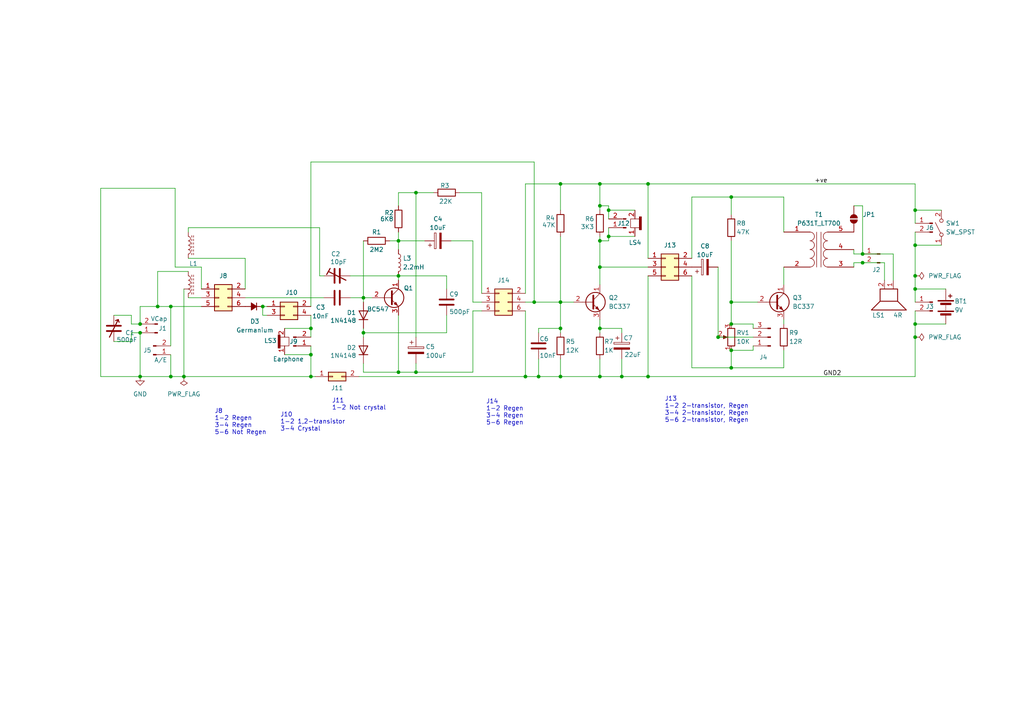
<source format=kicad_sch>
(kicad_sch (version 20250114) (generator "eeschema") (generator_version "9.0")
  (paper "A4")
  (title_block (title "Ladybird Radio Updated") (date "2026-01-16") (rev "V0.1") (company "Andrew Martin, acramonics") (comment 1 "Full design allowing crystal set, 1tr, 2tr and regeneration versions"))
  (lib_symbols
    (symbol "ACRM:L_Ferrite_Dual_tapped_untapped" (pin_numbers (hide yes)) (pin_names (offset 1.016) (hide yes))
      (property "Reference" "L" (at -1.27 0 90))
      (property "Value" "L_Ferrite_Dual_tapped_untapped" (at 3.302 10.922 90))
      (symbol "L_Ferrite_Dual_tapped_untapped_0_1"
        (arc (start 0 13.97) (mid 0.6323 13.335) (end 0 12.7))
        (arc (start 0 12.7) (mid 0.6323 12.065) (end 0 11.43))
        (arc (start 0 11.43) (mid 0.6323 10.795) (end 0 10.16))
        (arc (start 0 10.16) (mid 0.6323 9.525) (end 0 8.89))
        (arc (start 0 2.54) (mid 0.6323 1.905) (end 0 1.27))
        (arc (start 0 1.27) (mid 0.6323 0.635) (end 0 0))
        (arc (start 0 0) (mid 0.6323 -0.635) (end 0 -1.27))
        (arc (start 0 -1.27) (mid 0.6323 -1.905) (end 0 -2.54))
        (polyline (pts (xy 1.016 13.716) (xy 1.016 14.224)))
        (polyline (pts (xy 1.016 12.7) (xy 1.016 13.208)))
        (polyline (pts (xy 1.016 11.684) (xy 1.016 12.192)))
        (polyline (pts (xy 1.016 10.668) (xy 1.016 11.176)))
        (polyline (pts (xy 1.016 9.652) (xy 1.016 10.16)))
        (polyline (pts (xy 1.016 8.636) (xy 1.016 9.144)))
        (polyline (pts (xy 1.016 2.286) (xy 1.016 2.794)))
        (polyline (pts (xy 1.016 1.27) (xy 1.016 1.778)))
        (polyline (pts (xy 1.016 0.254) (xy 1.016 0.762)))
        (polyline (pts (xy 1.016 -0.762) (xy 1.016 -0.254)))
        (polyline (pts (xy 1.016 -1.778) (xy 1.016 -1.27)))
        (polyline (pts (xy 1.016 -2.794) (xy 1.016 -2.286)))
        (polyline (pts (xy 1.524 14.224) (xy 1.524 13.716)))
        (polyline (pts (xy 1.524 13.208) (xy 1.524 12.7)))
        (polyline (pts (xy 1.524 12.192) (xy 1.524 11.684)))
        (polyline (pts (xy 1.524 11.176) (xy 1.524 10.668)))
        (polyline (pts (xy 1.524 10.16) (xy 1.524 9.652)))
        (polyline (pts (xy 1.524 9.144) (xy 1.524 8.636)))
        (polyline (pts (xy 1.524 2.794) (xy 1.524 2.286)))
        (polyline (pts (xy 1.524 1.778) (xy 1.524 1.27)))
        (polyline (pts (xy 1.524 0.762) (xy 1.524 0.254)))
        (polyline (pts (xy 1.524 -0.254) (xy 1.524 -0.762)))
        (polyline (pts (xy 1.524 -1.27) (xy 1.524 -1.778)))
        (polyline (pts (xy 1.524 -2.286) (xy 1.524 -2.794)))
      )
      (symbol "L_Ferrite_Dual_tapped_untapped_1_1"
        (pin passive line (at -1.27 -1.27 0) (length 1.27) (name "2") (number "2"))
        (pin passive line (at 0 15.24 270) (length 1.27) (name "5") (number "5"))
        (pin passive line (at 0 7.62 90) (length 1.27) (name "4") (number "4"))
        (pin passive line (at 0 3.81 270) (length 1.27) (name "3") (number "3"))
        (pin passive line (at 0 -3.81 90) (length 1.27) (name "1") (number "1"))
      )
    )
    (symbol "ACRM:Transformer_P631T" (pin_names (offset 1.016) (hide yes))
      (property "Reference" "T" (at 0 6.35 0))
      (property "Value" "Transformer_P631T" (at 0 -7.62 0))
      (symbol "Transformer_P631T_0_1"
        (arc (start -1.27 3.81) (mid -1.656 2.9336) (end -2.54 2.5654))
        (arc (start -1.27 1.27) (mid -1.656 0.3936) (end -2.54 0.0254))
        (arc (start -1.27 -1.27) (mid -1.656 -2.1464) (end -2.54 -2.5146))
        (arc (start -1.27 -3.81) (mid -1.656 -4.6864) (end -2.54 -5.0546))
        (arc (start -2.54 5.08) (mid -1.642 4.708) (end -1.27 3.81))
        (arc (start -2.54 2.54) (mid -1.642 2.168) (end -1.27 1.27))
        (arc (start -2.54 0) (mid -1.642 -0.372) (end -1.27 -1.27))
        (arc (start -2.54 -2.54) (mid -1.642 -2.912) (end -1.27 -3.81))
        (polyline (pts (xy -0.635 5.08) (xy -0.635 -5.08)))
        (polyline (pts (xy 0.635 -5.08) (xy 0.635 5.08)))
        (arc (start 1.2954 3.81) (mid 1.6457 4.7117) (end 2.54 5.08))
        (arc (start 1.2954 1.27) (mid 1.6457 2.1717) (end 2.54 2.54))
        (arc (start 1.2954 -1.27) (mid 1.6457 -0.3683) (end 2.54 0))
        (arc (start 2.54 2.5654) (mid 1.6599 2.9299) (end 1.2954 3.81))
        (arc (start 2.54 0.0254) (mid 1.6599 0.3899) (end 1.2954 1.27))
        (arc (start 2.54 -2.5146) (mid 1.6599 -2.1501) (end 1.2954 -1.27))
        (arc (start 1.3208 -3.81) (mid 1.6711 -2.9085) (end 2.5654 -2.54))
        (arc (start 2.5654 -5.0546) (mid 1.6851 -4.6902) (end 1.3208 -3.81))
      )
      (symbol "Transformer_P631T_1_1"
        (pin passive line (at -10.16 5.08 0) (length 7.62) (name "AA") (number "1"))
        (pin passive line (at -10.16 -5.08 0) (length 7.62) (name "AB") (number "2"))
        (pin passive line (at 10.16 5.08 180) (length 7.62) (name "SB") (number "5"))
        (pin passive line (at 10.16 0 180) (length 7.62) (name "SC") (number "4"))
        (pin passive line (at 10.16 -5.08 180) (length 7.62) (name "SA") (number "3"))
      )
    )
    (symbol "Connector:Conn_01x02_Pin" (pin_names (offset 1.016) (hide yes))
      (property "Reference" "J" (at 0 2.54 0))
      (property "Value" "Conn_01x02_Pin" (at 0 -5.08 0))
      (symbol "Conn_01x02_Pin_1_1"
        (rectangle (start 0.8636 0.127) (end 0 -0.127) (stroke (width 0.1524)) (fill (type outline)))
        (rectangle (start 0.8636 -2.413) (end 0 -2.667) (stroke (width 0.1524)) (fill (type outline)))
        (polyline (pts (xy 1.27 0) (xy 0.8636 0)) (stroke (width 0.1524)))
        (polyline (pts (xy 1.27 -2.54) (xy 0.8636 -2.54)) (stroke (width 0.1524)))
        (pin passive line (at 5.08 0 180) (length 3.81) (name "Pin_1") (number "1"))
        (pin passive line (at 5.08 -2.54 180) (length 3.81) (name "Pin_2") (number "2"))
      )
    )
    (symbol "Connector:Conn_01x03_Pin" (pin_names (offset 1.016) (hide yes))
      (property "Reference" "J" (at 0 5.08 0))
      (property "Value" "Conn_01x03_Pin" (at 0 -5.08 0))
      (symbol "Conn_01x03_Pin_1_1"
        (rectangle (start 0.8636 2.667) (end 0 2.413) (stroke (width 0.1524)) (fill (type outline)))
        (rectangle (start 0.8636 0.127) (end 0 -0.127) (stroke (width 0.1524)) (fill (type outline)))
        (rectangle (start 0.8636 -2.413) (end 0 -2.667) (stroke (width 0.1524)) (fill (type outline)))
        (polyline (pts (xy 1.27 2.54) (xy 0.8636 2.54)) (stroke (width 0.1524)))
        (polyline (pts (xy 1.27 0) (xy 0.8636 0)) (stroke (width 0.1524)))
        (polyline (pts (xy 1.27 -2.54) (xy 0.8636 -2.54)) (stroke (width 0.1524)))
        (pin passive line (at 5.08 2.54 180) (length 3.81) (name "Pin_1") (number "1"))
        (pin passive line (at 5.08 0 180) (length 3.81) (name "Pin_2") (number "2"))
        (pin passive line (at 5.08 -2.54 180) (length 3.81) (name "Pin_3") (number "3"))
      )
    )
    (symbol "Connector_Generic:Conn_02x01" (pin_names (offset 1.016) (hide yes))
      (property "Reference" "J" (at 1.27 2.54 0))
      (property "Value" "Conn_02x01" (at 1.27 -2.54 0))
      (symbol "Conn_02x01_1_1"
        (rectangle (start -1.27 1.27) (end 3.81 -1.27) (stroke (width 0.254)) (fill (type background)))
        (rectangle (start -1.27 0.127) (end 0 -0.127) (stroke (width 0.1524)))
        (rectangle (start 3.81 0.127) (end 2.54 -0.127) (stroke (width 0.1524)))
        (pin passive line (at -5.08 0 0) (length 3.81) (name "Pin_1") (number "1"))
        (pin passive line (at 7.62 0 180) (length 3.81) (name "Pin_2") (number "2"))
      )
    )
    (symbol "Connector_Generic:Conn_02x02_Odd_Even" (pin_names (offset 1.016) (hide yes))
      (property "Reference" "J" (at 1.27 2.54 0))
      (property "Value" "Conn_02x02_Odd_Even" (at 1.27 -5.08 0))
      (symbol "Conn_02x02_Odd_Even_1_1"
        (rectangle (start -1.27 1.27) (end 3.81 -3.81) (stroke (width 0.254)) (fill (type background)))
        (rectangle (start -1.27 0.127) (end 0 -0.127) (stroke (width 0.1524)))
        (rectangle (start -1.27 -2.413) (end 0 -2.667) (stroke (width 0.1524)))
        (rectangle (start 3.81 0.127) (end 2.54 -0.127) (stroke (width 0.1524)))
        (rectangle (start 3.81 -2.413) (end 2.54 -2.667) (stroke (width 0.1524)))
        (pin passive line (at -5.08 0 0) (length 3.81) (name "Pin_1") (number "1"))
        (pin passive line (at -5.08 -2.54 0) (length 3.81) (name "Pin_3") (number "3"))
        (pin passive line (at 7.62 0 180) (length 3.81) (name "Pin_2") (number "2"))
        (pin passive line (at 7.62 -2.54 180) (length 3.81) (name "Pin_4") (number "4"))
      )
    )
    (symbol "Connector_Generic:Conn_02x03_Odd_Even" (pin_names (offset 1.016) (hide yes))
      (property "Reference" "J" (at 1.27 5.08 0))
      (property "Value" "Conn_02x03_Odd_Even" (at 1.27 -5.08 0))
      (symbol "Conn_02x03_Odd_Even_1_1"
        (rectangle (start -1.27 3.81) (end 3.81 -3.81) (stroke (width 0.254)) (fill (type background)))
        (rectangle (start -1.27 2.667) (end 0 2.413) (stroke (width 0.1524)))
        (rectangle (start -1.27 0.127) (end 0 -0.127) (stroke (width 0.1524)))
        (rectangle (start -1.27 -2.413) (end 0 -2.667) (stroke (width 0.1524)))
        (rectangle (start 3.81 2.667) (end 2.54 2.413) (stroke (width 0.1524)))
        (rectangle (start 3.81 0.127) (end 2.54 -0.127) (stroke (width 0.1524)))
        (rectangle (start 3.81 -2.413) (end 2.54 -2.667) (stroke (width 0.1524)))
        (pin passive line (at -5.08 2.54 0) (length 3.81) (name "Pin_1") (number "1"))
        (pin passive line (at -5.08 0 0) (length 3.81) (name "Pin_3") (number "3"))
        (pin passive line (at -5.08 -2.54 0) (length 3.81) (name "Pin_5") (number "5"))
        (pin passive line (at 7.62 2.54 180) (length 3.81) (name "Pin_2") (number "2"))
        (pin passive line (at 7.62 0 180) (length 3.81) (name "Pin_4") (number "4"))
        (pin passive line (at 7.62 -2.54 180) (length 3.81) (name "Pin_6") (number "6"))
      )
    )
    (symbol "Device:Battery" (pin_numbers (hide yes)) (pin_names (offset 0) (hide yes))
      (property "Reference" "BT" (at 2.54 2.54 0))
      (property "Value" "Battery" (at 2.54 0 0))
      (symbol "Battery_0_1"
        (rectangle (start -2.286 1.778) (end 2.286 1.524) (fill (type outline)))
        (rectangle (start -2.286 -1.27) (end 2.286 -1.524) (fill (type outline)))
        (rectangle (start -1.524 1.016) (end 1.524 0.508) (fill (type outline)))
        (rectangle (start -1.524 -2.032) (end 1.524 -2.54) (fill (type outline)))
        (polyline (pts (xy 0 1.778) (xy 0 2.54)))
        (polyline (pts (xy 0 0) (xy 0 0.254)))
        (polyline (pts (xy 0 -0.508) (xy 0 -0.254)))
        (polyline (pts (xy 0 -1.016) (xy 0 -0.762)))
        (polyline (pts (xy 0.762 3.048) (xy 1.778 3.048)) (stroke (width 0.254)))
        (polyline (pts (xy 1.27 3.556) (xy 1.27 2.54)) (stroke (width 0.254)))
      )
      (symbol "Battery_1_1"
        (pin passive line (at 0 5.08 270) (length 2.54) (name "+") (number "1"))
        (pin passive line (at 0 -5.08 90) (length 2.54) (name "-") (number "2"))
      )
    )
    (symbol "Device:C" (pin_numbers (hide yes)) (pin_names (offset 0.254))
      (property "Reference" "C" (at 0.635 2.54 0))
      (property "Value" "C" (at 0.635 -2.54 0))
      (symbol "C_0_1"
        (polyline (pts (xy -2.032 0.762) (xy 2.032 0.762)) (stroke (width 0.508)))
        (polyline (pts (xy -2.032 -0.762) (xy 2.032 -0.762)) (stroke (width 0.508)))
      )
      (symbol "C_1_1"
        (pin passive line (at 0 3.81 270) (length 2.794) (name "~") (number "1"))
        (pin passive line (at 0 -3.81 90) (length 2.794) (name "~") (number "2"))
      )
    )
    (symbol "Device:C_Polarized" (pin_numbers (hide yes)) (pin_names (offset 0.254))
      (property "Reference" "C" (at 0.635 2.54 0))
      (property "Value" "C_Polarized" (at 0.635 -2.54 0))
      (symbol "C_Polarized_0_1"
        (rectangle (start -2.286 0.508) (end 2.286 1.016))
        (polyline (pts (xy -1.778 2.286) (xy -0.762 2.286)))
        (polyline (pts (xy -1.27 2.794) (xy -1.27 1.778)))
        (rectangle (start 2.286 -0.508) (end -2.286 -1.016) (fill (type outline)))
      )
      (symbol "C_Polarized_1_1"
        (pin passive line (at 0 3.81 270) (length 2.794) (name "~") (number "1"))
        (pin passive line (at 0 -3.81 90) (length 2.794) (name "~") (number "2"))
      )
    )
    (symbol "Device:C_Trim" (pin_numbers (hide yes)) (pin_names (offset 0.254) (hide yes))
      (property "Reference" "C" (at 1.524 -2.032 0))
      (property "Value" "C_Trim" (at 3.048 -3.556 0))
      (symbol "C_Trim_0_1"
        (polyline (pts (xy -2.032 0.762) (xy 2.032 0.762)) (stroke (width 0.508)))
        (polyline (pts (xy -2.032 -0.762) (xy 2.032 -0.762)) (stroke (width 0.508)))
        (polyline (pts (xy 1.27 2.54) (xy -1.27 -2.54)) (stroke (width 0.3048)))
        (polyline (pts (xy 1.27 2.54) (xy 0.381 3.048)) (stroke (width 0.3048)))
        (polyline (pts (xy 1.27 2.54) (xy 2.159 2.032)) (stroke (width 0.3048)))
      )
      (symbol "C_Trim_1_1"
        (pin passive line (at 0 3.81 270) (length 3.048) (name "~") (number "1"))
        (pin passive line (at 0 -3.81 90) (length 3.048) (name "~") (number "2"))
      )
    )
    (symbol "Device:C_Variable" (pin_numbers (hide yes)) (pin_names (offset 0.254) (hide yes))
      (property "Reference" "C" (at 0.635 -1.905 0))
      (property "Value" "C_Variable" (at 0.635 -3.81 0))
      (symbol "C_Variable_0_1"
        (polyline (pts (xy -2.032 0.762) (xy 2.032 0.762)) (stroke (width 0.508)))
        (polyline (pts (xy -2.032 -0.762) (xy 2.032 -0.762)) (stroke (width 0.508)))
        (polyline (pts (xy 1.27 2.54) (xy -1.27 -2.54)) (stroke (width 0.3048)))
        (polyline (pts (xy 1.27 2.54) (xy 0.508 2.286)) (stroke (width 0.3048)))
        (polyline (pts (xy 1.27 2.54) (xy 1.524 1.778)) (stroke (width 0.3048)))
      )
      (symbol "C_Variable_1_1"
        (pin passive line (at 0 3.81 270) (length 3.048) (name "~") (number "1"))
        (pin passive line (at 0 -3.81 90) (length 3.048) (name "~") (number "2"))
      )
    )
    (symbol "Device:D_Small_Filled" (pin_numbers (hide yes)) (pin_names (offset 0.254) (hide yes))
      (property "Reference" "D" (at -1.27 2.032 0))
      (property "Value" "D_Small_Filled" (at -3.81 -2.032 0))
      (symbol "D_Small_Filled_0_1"
        (polyline (pts (xy -0.762 0) (xy 0.762 0)))
        (polyline (pts (xy -0.762 -1.016) (xy -0.762 1.016)) (stroke (width 0.254)))
        (polyline (pts (xy 0.762 -1.016) (xy -0.762 0) (xy 0.762 1.016) (xy 0.762 -1.016)) (stroke (width 0.254)) (fill (type outline)))
      )
      (symbol "D_Small_Filled_1_1"
        (pin passive line (at -2.54 0 0) (length 1.778) (name "K") (number "1"))
        (pin passive line (at 2.54 0 180) (length 1.778) (name "A") (number "2"))
      )
    )
    (symbol "Device:Earphone" (pin_names (offset 0.0254) (hide yes))
      (property "Reference" "LS" (at 2.54 3.81 0))
      (property "Value" "Earphone" (at 2.54 1.905 0))
      (symbol "Earphone_0_1"
        (rectangle (start 1.27 0) (end -1.27 2.54))
        (rectangle (start 1.27 -0.635) (end 1.905 3.175) (fill (type outline)))
      )
      (symbol "Earphone_1_1"
        (pin passive line (at 0 5.08 270) (length 2.54) (name "+") (number "2"))
        (pin passive line (at 0 -2.54 90) (length 2.54) (name "-") (number "1"))
      )
    )
    (symbol "Device:L" (pin_numbers (hide yes)) (pin_names (offset 1.016) (hide yes))
      (property "Reference" "L" (at -1.27 0 90))
      (property "Value" "L" (at 1.905 0 90))
      (symbol "L_0_1"
        (arc (start 0 2.54) (mid 0.6323 1.905) (end 0 1.27))
        (arc (start 0 1.27) (mid 0.6323 0.635) (end 0 0))
        (arc (start 0 0) (mid 0.6323 -0.635) (end 0 -1.27))
        (arc (start 0 -1.27) (mid 0.6323 -1.905) (end 0 -2.54))
      )
      (symbol "L_1_1"
        (pin passive line (at 0 3.81 270) (length 1.27) (name "1") (number "1"))
        (pin passive line (at 0 -3.81 90) (length 1.27) (name "2") (number "2"))
      )
    )
    (symbol "Device:R" (pin_numbers (hide yes)) (pin_names (offset 0))
      (property "Reference" "R" (at 2.032 0 90))
      (property "Value" "R" (at 0 0 90))
      (symbol "R_0_1"
        (rectangle (start -1.016 -2.54) (end 1.016 2.54) (stroke (width 0.254)))
      )
      (symbol "R_1_1"
        (pin passive line (at 0 3.81 270) (length 1.27) (name "~") (number "1"))
        (pin passive line (at 0 -3.81 90) (length 1.27) (name "~") (number "2"))
      )
    )
    (symbol "Device:R_Potentiometer" (pin_names (offset 1.016) (hide yes))
      (property "Reference" "RV" (at -4.445 0 90))
      (property "Value" "R_Potentiometer" (at -2.54 0 90))
      (symbol "R_Potentiometer_0_1"
        (rectangle (start 1.016 2.54) (end -1.016 -2.54) (stroke (width 0.254)))
        (polyline (pts (xy 1.143 0) (xy 2.286 0.508) (xy 2.286 -0.508) (xy 1.143 0)) (fill (type outline)))
        (polyline (pts (xy 2.54 0) (xy 1.524 0)))
      )
      (symbol "R_Potentiometer_1_1"
        (pin passive line (at 0 3.81 270) (length 1.27) (name "1") (number "1"))
        (pin passive line (at 0 -3.81 90) (length 1.27) (name "3") (number "3"))
        (pin passive line (at 3.81 0 180) (length 1.27) (name "2") (number "2"))
      )
    )
    (symbol "Device:Speaker" (pin_names (offset 0) (hide yes))
      (property "Reference" "LS" (at 1.27 5.715 0))
      (property "Value" "Speaker" (at 1.27 3.81 0))
      (symbol "Speaker_0_0"
        (rectangle (start -2.54 1.27) (end 1.016 -3.81) (stroke (width 0.254)))
        (polyline (pts (xy 1.016 1.27) (xy 3.556 3.81) (xy 3.556 -6.35) (xy 1.016 -3.81)) (stroke (width 0.254)))
      )
      (symbol "Speaker_1_1"
        (pin input line (at -5.08 0 0) (length 2.54) (name "1") (number "1"))
        (pin input line (at -5.08 -2.54 0) (length 2.54) (name "2") (number "2"))
      )
    )
    (symbol "Diode:1N4148" (pin_numbers (hide yes)) (pin_names (hide yes))
      (property "Reference" "D" (at 0 2.54 0))
      (property "Value" "1N4148" (at 0 -2.54 0))
      (symbol "1N4148_0_1"
        (polyline (pts (xy -1.27 1.27) (xy -1.27 -1.27)) (stroke (width 0.254)))
        (polyline (pts (xy 1.27 1.27) (xy 1.27 -1.27) (xy -1.27 0) (xy 1.27 1.27)) (stroke (width 0.254)))
        (polyline (pts (xy 1.27 0) (xy -1.27 0)))
      )
      (symbol "1N4148_1_1"
        (pin passive line (at -3.81 0 0) (length 2.54) (name "K") (number "1"))
        (pin passive line (at 3.81 0 180) (length 2.54) (name "A") (number "2"))
      )
    )
    (symbol "Jumper:SolderJumper_2_Open" (pin_numbers (hide yes)) (pin_names (offset 0) (hide yes)) (exclude_from_sim yes) (in_bom no)
      (property "Reference" "JP" (at 0 2.032 0))
      (property "Value" "SolderJumper_2_Open" (at 0 -2.54 0))
      (symbol "SolderJumper_2_Open_0_1"
        (polyline (pts (xy -0.254 1.016) (xy -0.254 -1.016)))
        (arc (start -0.254 -1.016) (mid -1.2656 0) (end -0.254 1.016))
        (arc (start -0.254 -1.016) (mid -1.2656 0) (end -0.254 1.016) (fill (type outline)))
        (arc (start 0.254 1.016) (mid 1.2656 0) (end 0.254 -1.016))
        (arc (start 0.254 1.016) (mid 1.2656 0) (end 0.254 -1.016) (fill (type outline)))
        (polyline (pts (xy 0.254 1.016) (xy 0.254 -1.016)))
      )
      (symbol "SolderJumper_2_Open_1_1"
        (pin passive line (at -3.81 0 0) (length 2.54) (name "A") (number "1"))
        (pin passive line (at 3.81 0 180) (length 2.54) (name "B") (number "2"))
      )
    )
    (symbol "Switch:SW_SPST" (pin_names (offset 0) (hide yes))
      (property "Reference" "SW" (at 0 3.175 0))
      (property "Value" "SW_SPST" (at 0 -2.54 0))
      (symbol "SW_SPST_0_0"
        (circle (center -2.032 0) (radius 0.508))
        (polyline (pts (xy -1.524 0.254) (xy 1.524 1.778)))
        (circle (center 2.032 0) (radius 0.508))
      )
      (symbol "SW_SPST_1_1"
        (pin passive line (at -5.08 0 0) (length 2.54) (name "A") (number "1"))
        (pin passive line (at 5.08 0 180) (length 2.54) (name "B") (number "2"))
      )
    )
    (symbol "Transistor_BJT:BC337" (pin_names (offset 0) (hide yes))
      (property "Reference" "Q" (at 5.08 1.905 0))
      (property "Value" "BC337" (at 5.08 0 0))
      (symbol "BC337_0_1"
        (polyline (pts (xy -2.54 0) (xy 0.635 0)))
        (polyline (pts (xy 0.635 1.905) (xy 0.635 -1.905)) (stroke (width 0.508)))
        (circle (center 1.27 0) (radius 2.8194) (stroke (width 0.254)))
      )
      (symbol "BC337_1_1"
        (polyline (pts (xy 0.635 0.635) (xy 2.54 2.54)))
        (polyline (pts (xy 0.635 -0.635) (xy 2.54 -2.54)))
        (polyline (pts (xy 1.27 -1.778) (xy 1.778 -1.27) (xy 2.286 -2.286) (xy 1.27 -1.778)) (fill (type outline)))
        (pin input line (at -5.08 0 0) (length 2.54) (name "B") (number "2"))
        (pin passive line (at 2.54 5.08 270) (length 2.54) (name "C") (number "1"))
        (pin passive line (at 2.54 -5.08 90) (length 2.54) (name "E") (number "3"))
      )
    )
    (symbol "Transistor_BJT:BC547" (pin_names (offset 0) (hide yes))
      (property "Reference" "Q" (at 5.08 1.905 0))
      (property "Value" "BC547" (at 5.08 0 0))
      (symbol "BC547_0_1"
        (polyline (pts (xy -2.54 0) (xy 0.635 0)))
        (polyline (pts (xy 0.635 1.905) (xy 0.635 -1.905)) (stroke (width 0.508)))
        (circle (center 1.27 0) (radius 2.8194) (stroke (width 0.254)))
      )
      (symbol "BC547_1_1"
        (polyline (pts (xy 0.635 0.635) (xy 2.54 2.54)))
        (polyline (pts (xy 0.635 -0.635) (xy 2.54 -2.54)))
        (polyline (pts (xy 1.27 -1.778) (xy 1.778 -1.27) (xy 2.286 -2.286) (xy 1.27 -1.778)) (fill (type outline)))
        (pin input line (at -5.08 0 0) (length 2.54) (name "B") (number "2"))
        (pin passive line (at 2.54 5.08 270) (length 2.54) (name "C") (number "1"))
        (pin passive line (at 2.54 -5.08 90) (length 2.54) (name "E") (number "3"))
      )
    )
    (symbol "power:GND" (power) (pin_numbers (hide yes)) (pin_names (offset 0) (hide yes))
      (property "Value" "GND" (at 0 -3.81 0))
      (symbol "GND_0_1"
        (polyline (pts (xy 0 0) (xy 0 -1.27) (xy 1.27 -1.27) (xy 0 -2.54) (xy -1.27 -1.27) (xy 0 -1.27)))
      )
      (symbol "GND_1_1"
        (pin power_in line (at 0 0 270) (length 0) (name "~") (number "1"))
      )
    )
    (symbol "power:PWR_FLAG" (power) (pin_numbers (hide yes)) (pin_names (offset 0) (hide yes))
      (property "Value" "PWR_FLAG" (at 0 3.81 0))
      (symbol "PWR_FLAG_0_0"
        (pin power_out line (at 0 0 90) (length 0) (name "~") (number "1"))
      )
      (symbol "PWR_FLAG_0_1"
        (polyline (pts (xy 0 0) (xy 0 1.27) (xy -1.016 1.905) (xy 0 2.54) (xy 1.016 1.905) (xy 0 1.27)))
      )
    )
  )
  (text "J10\n1-2 1,2-transistor\n3-4 Crystal\n" (at 81.28 122.428 0) (effects (font (size 1.27 1.27)) (justify left)))
  (text "J14\n1-2 Regen\n3-4 Regen\n5-6 Regen\n" (at 140.97 119.634 0) (effects (font (size 1.27 1.27)) (justify left)))
  (text "J8\n1-2 Regen\n3-4 Regen\n5-6 Not Regen\n" (at 62.23 122.428 0) (effects (font (size 1.27 1.27)) (justify left)))
  (text "J11\n1-2 Not crystal\n" (at 96.266 117.348 0) (effects (font (size 1.27 1.27)) (justify left)))
  (text "J13\n1-2 2-transistor, Regen\n3-4 2-transistor, Regen\n5-6 2-transistor, Regen\n" (at 192.786 118.872 0) (effects (font (size 1.27 1.27)) (justify left)))
  (junction (at 154.94 87.63))
  (junction (at 49.53 88.9))
  (junction (at 250.19 76.2))
  (junction (at 45.72 88.9))
  (junction (at 53.34 109.22))
  (junction (at 162.56 53.34))
  (junction (at 187.96 53.34))
  (junction (at 173.99 95.25))
  (junction (at 90.17 102.87))
  (junction (at 49.53 109.22))
  (junction (at 180.34 109.22))
  (junction (at 90.17 109.22))
  (junction (at 156.21 109.22))
  (junction (at 208.28 97.79))
  (junction (at 176.53 60.96))
  (junction (at 105.41 96.52))
  (junction (at 76.2 88.9))
  (junction (at 173.99 109.22))
  (junction (at 40.64 109.22))
  (junction (at 115.57 107.95))
  (junction (at 90.17 95.25))
  (junction (at 152.4 109.22))
  (junction (at 162.56 109.22))
  (junction (at 212.09 87.63))
  (junction (at 173.99 77.47))
  (junction (at 162.56 87.63))
  (junction (at 187.96 109.22))
  (junction (at 265.43 60.96))
  (junction (at 173.99 53.34))
  (junction (at 115.57 69.85))
  (junction (at 162.56 95.25))
  (junction (at 115.57 80.01))
  (junction (at 120.65 107.95))
  (junction (at 265.43 97.79))
  (junction (at 120.65 55.88))
  (junction (at 105.41 86.36))
  (junction (at 250.19 73.66))
  (junction (at 212.09 106.68))
  (junction (at 265.43 83.82))
  (junction (at 40.64 96.52))
  (junction (at 173.99 59.69))
  (junction (at 265.43 93.98))
  (junction (at 212.09 57.15))
  (junction (at 212.09 93.98))
  (junction (at 176.53 68.58))
  (junction (at 265.43 80.01))
  (junction (at 265.43 71.12))
  (junction (at 212.09 101.6))
  (junction (at 40.64 93.98))
  (junction (at 173.99 69.85))
  (wire (pts (xy 156.21 104.14) (xy 156.21 109.22)))
  (wire (pts (xy 173.99 68.58) (xy 173.99 69.85)))
  (wire (pts (xy 50.8 54.61) (xy 50.8 77.47)))
  (wire (pts (xy 162.56 87.63) (xy 162.56 95.25)))
  (wire (pts (xy 247.65 73.66) (xy 250.19 73.66)))
  (wire (pts (xy 265.43 97.79) (xy 265.43 109.22)))
  (wire (pts (xy 265.43 60.96) (xy 265.43 64.77)))
  (wire (pts (xy 173.99 77.47) (xy 187.96 77.47)))
  (wire (pts (xy 187.96 53.34) (xy 187.96 74.93)))
  (wire (pts (xy 208.28 77.47) (xy 208.28 97.79)))
  (wire (pts (xy 40.64 96.52) (xy 40.64 109.22)))
  (wire (pts (xy 137.16 107.95) (xy 137.16 90.17)))
  (wire (pts (xy 176.53 69.85) (xy 173.99 69.85)))
  (wire (pts (xy 54.61 66.04) (xy 92.71 66.04)))
  (wire (pts (xy 49.53 88.9) (xy 58.42 88.9)))
  (wire (pts (xy 49.53 109.22) (xy 53.34 109.22)))
  (wire (pts (xy 173.99 53.34) (xy 187.96 53.34)))
  (wire (pts (xy 54.61 66.04) (xy 54.61 67.31)))
  (wire (pts (xy 250.19 73.66) (xy 259.08 73.66)))
  (wire (pts (xy 38.1 91.44) (xy 38.1 93.98)))
  (wire (pts (xy 113.03 69.85) (xy 115.57 69.85)))
  (wire (pts (xy 227.33 101.6) (xy 227.33 106.68)))
  (wire (pts (xy 162.56 68.58) (xy 162.56 87.63)))
  (wire (pts (xy 162.56 109.22) (xy 173.99 109.22)))
  (wire (pts (xy 176.53 59.69) (xy 176.53 60.96)))
  (wire (pts (xy 200.66 57.15) (xy 200.66 74.93)))
  (wire (pts (xy 176.53 60.96) (xy 176.53 63.5)))
  (wire (pts (xy 212.09 57.15) (xy 227.33 57.15)))
  (wire (pts (xy 105.41 96.52) (xy 105.41 97.79)))
  (wire (pts (xy 208.28 97.79) (xy 218.44 97.79)))
  (wire (pts (xy 77.47 91.44) (xy 76.2 91.44)))
  (wire (pts (xy 180.34 95.25) (xy 173.99 95.25)))
  (wire (pts (xy 92.71 80.01) (xy 93.98 80.01)))
  (wire (pts (xy 54.61 74.93) (xy 71.12 74.93)))
  (wire (pts (xy 265.43 83.82) (xy 265.43 87.63)))
  (wire (pts (xy 265.43 93.98) (xy 274.32 93.98)))
  (wire (pts (xy 156.21 96.52) (xy 156.21 95.25)))
  (wire (pts (xy 33.02 99.06) (xy 38.1 99.06)))
  (wire (pts (xy 40.64 88.9) (xy 40.64 93.98)))
  (wire (pts (xy 152.4 53.34) (xy 162.56 53.34)))
  (wire (pts (xy 187.96 53.34) (xy 265.43 53.34)))
  (wire (pts (xy 265.43 80.01) (xy 265.43 83.82)))
  (wire (pts (xy 247.65 76.2) (xy 250.19 76.2)))
  (wire (pts (xy 33.02 91.44) (xy 38.1 91.44)))
  (wire (pts (xy 120.65 55.88) (xy 120.65 97.79)))
  (wire (pts (xy 250.19 59.69) (xy 250.19 73.66)))
  (wire (pts (xy 115.57 67.31) (xy 115.57 69.85)))
  (wire (pts (xy 137.16 69.85) (xy 137.16 87.63)))
  (wire (pts (xy 173.99 96.52) (xy 173.99 95.25)))
  (wire (pts (xy 273.05 71.12) (xy 265.43 71.12)))
  (wire (pts (xy 105.41 86.36) (xy 105.41 87.63)))
  (wire (pts (xy 173.99 59.69) (xy 176.53 59.69)))
  (wire (pts (xy 154.94 87.63) (xy 162.56 87.63)))
  (wire (pts (xy 180.34 104.14) (xy 180.34 109.22)))
  (wire (pts (xy 115.57 69.85) (xy 123.19 69.85)))
  (wire (pts (xy 247.65 59.69) (xy 250.19 59.69)))
  (wire (pts (xy 50.8 77.47) (xy 58.42 77.47)))
  (wire (pts (xy 90.17 46.99) (xy 154.94 46.99)))
  (wire (pts (xy 173.99 109.22) (xy 180.34 109.22)))
  (wire (pts (xy 162.56 104.14) (xy 162.56 109.22)))
  (wire (pts (xy 53.34 109.22) (xy 90.17 109.22)))
  (wire (pts (xy 129.54 83.82) (xy 129.54 80.01)))
  (wire (pts (xy 115.57 91.44) (xy 115.57 107.95)))
  (wire (pts (xy 120.65 107.95) (xy 120.65 105.41)))
  (wire (pts (xy 115.57 81.28) (xy 115.57 80.01)))
  (wire (pts (xy 40.64 88.9) (xy 45.72 88.9)))
  (wire (pts (xy 38.1 93.98) (xy 40.64 93.98)))
  (wire (pts (xy 105.41 69.85) (xy 105.41 86.36)))
  (wire (pts (xy 115.57 69.85) (xy 115.57 72.39)))
  (wire (pts (xy 129.54 96.52) (xy 129.54 91.44)))
  (wire (pts (xy 218.44 100.33) (xy 218.44 101.6)))
  (wire (pts (xy 218.44 101.6) (xy 212.09 101.6)))
  (wire (pts (xy 137.16 87.63) (xy 139.7 87.63)))
  (wire (pts (xy 152.4 90.17) (xy 152.4 109.22)))
  (wire (pts (xy 212.09 106.68) (xy 227.33 106.68)))
  (wire (pts (xy 101.6 80.01) (xy 115.57 80.01)))
  (wire (pts (xy 76.2 91.44) (xy 76.2 88.9)))
  (wire (pts (xy 29.21 109.22) (xy 40.64 109.22)))
  (wire (pts (xy 256.54 81.28) (xy 256.54 76.2)))
  (wire (pts (xy 173.99 59.69) (xy 173.99 60.96)))
  (wire (pts (xy 265.43 71.12) (xy 265.43 67.31)))
  (wire (pts (xy 173.99 104.14) (xy 173.99 109.22)))
  (wire (pts (xy 200.66 57.15) (xy 212.09 57.15)))
  (wire (pts (xy 156.21 95.25) (xy 162.56 95.25)))
  (wire (pts (xy 91.44 109.22) (xy 90.17 109.22)))
  (wire (pts (xy 265.43 93.98) (xy 265.43 97.79)))
  (wire (pts (xy 82.55 95.25) (xy 90.17 95.25)))
  (wire (pts (xy 227.33 57.15) (xy 227.33 67.31)))
  (wire (pts (xy 90.17 95.25) (xy 90.17 97.79)))
  (wire (pts (xy 92.71 66.04) (xy 92.71 80.01)))
  (wire (pts (xy 184.15 60.96) (xy 176.53 60.96)))
  (wire (pts (xy 212.09 87.63) (xy 219.71 87.63)))
  (wire (pts (xy 154.94 46.99) (xy 154.94 87.63)))
  (wire (pts (xy 101.6 86.36) (xy 105.41 86.36)))
  (wire (pts (xy 45.72 88.9) (xy 45.72 78.74)))
  (wire (pts (xy 200.66 106.68) (xy 212.09 106.68)))
  (wire (pts (xy 152.4 85.09) (xy 152.4 53.34)))
  (wire (pts (xy 71.12 74.93) (xy 71.12 83.82)))
  (wire (pts (xy 184.15 68.58) (xy 176.53 68.58)))
  (wire (pts (xy 90.17 91.44) (xy 90.17 95.25)))
  (wire (pts (xy 29.21 54.61) (xy 29.21 109.22)))
  (wire (pts (xy 247.65 77.47) (xy 247.65 76.2)))
  (wire (pts (xy 212.09 69.85) (xy 212.09 87.63)))
  (wire (pts (xy 76.2 88.9) (xy 77.47 88.9)))
  (wire (pts (xy 90.17 88.9) (xy 90.17 46.99)))
  (wire (pts (xy 173.99 92.71) (xy 173.99 95.25)))
  (wire (pts (xy 187.96 109.22) (xy 265.43 109.22)))
  (wire (pts (xy 38.1 96.52) (xy 40.64 96.52)))
  (wire (pts (xy 90.17 100.33) (xy 90.17 102.87)))
  (wire (pts (xy 173.99 77.47) (xy 173.99 82.55)))
  (wire (pts (xy 115.57 55.88) (xy 120.65 55.88)))
  (wire (pts (xy 105.41 105.41) (xy 105.41 107.95)))
  (wire (pts (xy 120.65 55.88) (xy 125.73 55.88)))
  (wire (pts (xy 187.96 80.01) (xy 187.96 109.22)))
  (wire (pts (xy 162.56 87.63) (xy 166.37 87.63)))
  (wire (pts (xy 265.43 53.34) (xy 265.43 60.96)))
  (wire (pts (xy 50.8 54.61) (xy 29.21 54.61)))
  (wire (pts (xy 200.66 80.01) (xy 200.66 106.68)))
  (wire (pts (xy 247.65 72.39) (xy 247.65 73.66)))
  (wire (pts (xy 130.81 69.85) (xy 137.16 69.85)))
  (wire (pts (xy 139.7 55.88) (xy 139.7 85.09)))
  (wire (pts (xy 105.41 96.52) (xy 129.54 96.52)))
  (wire (pts (xy 180.34 109.22) (xy 187.96 109.22)))
  (wire (pts (xy 71.12 86.36) (xy 93.98 86.36)))
  (wire (pts (xy 115.57 107.95) (xy 120.65 107.95)))
  (wire (pts (xy 162.56 96.52) (xy 162.56 95.25)))
  (wire (pts (xy 259.08 73.66) (xy 259.08 81.28)))
  (wire (pts (xy 133.35 55.88) (xy 139.7 55.88)))
  (wire (pts (xy 227.33 92.71) (xy 227.33 93.98)))
  (wire (pts (xy 227.33 77.47) (xy 227.33 82.55)))
  (wire (pts (xy 90.17 102.87) (xy 90.17 109.22)))
  (wire (pts (xy 107.95 86.36) (xy 105.41 86.36)))
  (wire (pts (xy 129.54 80.01) (xy 115.57 80.01)))
  (wire (pts (xy 212.09 57.15) (xy 212.09 62.23)))
  (wire (pts (xy 212.09 87.63) (xy 212.09 93.98)))
  (wire (pts (xy 152.4 87.63) (xy 154.94 87.63)))
  (wire (pts (xy 152.4 109.22) (xy 156.21 109.22)))
  (wire (pts (xy 58.42 77.47) (xy 58.42 83.82)))
  (wire (pts (xy 49.53 102.87) (xy 49.53 109.22)))
  (wire (pts (xy 105.41 107.95) (xy 115.57 107.95)))
  (wire (pts (xy 173.99 53.34) (xy 173.99 59.69)))
  (wire (pts (xy 212.09 101.6) (xy 212.09 106.68)))
  (wire (pts (xy 137.16 90.17) (xy 139.7 90.17)))
  (wire (pts (xy 180.34 96.52) (xy 180.34 95.25)))
  (wire (pts (xy 115.57 59.69) (xy 115.57 55.88)))
  (wire (pts (xy 38.1 99.06) (xy 38.1 96.52)))
  (wire (pts (xy 273.05 60.96) (xy 265.43 60.96)))
  (wire (pts (xy 45.72 88.9) (xy 49.53 88.9)))
  (wire (pts (xy 40.64 109.22) (xy 49.53 109.22)))
  (wire (pts (xy 173.99 69.85) (xy 173.99 77.47)))
  (wire (pts (xy 156.21 109.22) (xy 162.56 109.22)))
  (wire (pts (xy 104.14 109.22) (xy 152.4 109.22)))
  (wire (pts (xy 265.43 90.17) (xy 265.43 93.98)))
  (wire (pts (xy 176.53 68.58) (xy 176.53 66.04)))
  (wire (pts (xy 265.43 83.82) (xy 274.32 83.82)))
  (wire (pts (xy 54.61 86.36) (xy 58.42 86.36)))
  (wire (pts (xy 176.53 68.58) (xy 176.53 69.85)))
  (wire (pts (xy 53.34 109.22) (xy 53.34 83.82)))
  (wire (pts (xy 49.53 88.9) (xy 49.53 100.33)))
  (wire (pts (xy 45.72 78.74) (xy 54.61 78.74)))
  (wire (pts (xy 218.44 95.25) (xy 218.44 93.98)))
  (wire (pts (xy 265.43 71.12) (xy 265.43 80.01)))
  (wire (pts (xy 82.55 102.87) (xy 90.17 102.87)))
  (wire (pts (xy 105.41 95.25) (xy 105.41 96.52)))
  (wire (pts (xy 162.56 53.34) (xy 162.56 60.96)))
  (wire (pts (xy 120.65 107.95) (xy 137.16 107.95)))
  (wire (pts (xy 162.56 53.34) (xy 173.99 53.34)))
  (wire (pts (xy 218.44 93.98) (xy 212.09 93.98)))
  (wire (pts (xy 256.54 76.2) (xy 250.19 76.2)))
  (label "GND2" (at 238.76 109.22 0))
  (label "+ve" (at 236.22 53.34 0))
  (symbol (lib_id "Connector:Conn_01x02_Pin") (at 45.72 96.52 180) (unit 1)
    (property "Reference" "J1" (at 45.974 95.25 0) (effects (justify right)))
    (property "Value" "VCap" (at 43.688 92.456 0) (effects (justify right)))
    (property "Footprint" "Connector_Molex:Molex_KK-254_AE-6410-02A_1x02_P2.54mm_Vertical" (effects (hide yes)))
    (property "Description" "Generic connector, single row, 01x02, script generated" (effects (hide yes)))
  )
  (symbol (lib_id "ACRM:Transformer_P631T") (at 237.49 72.39 0) (unit 1)
    (property "Reference" "T1" (at 237.5027 62.23 0))
    (property "Value" "P631T_LT700" (at 237.5027 64.77 0))
    (property "Footprint" "ACRM:Transformer_P631T" (effects (hide yes)))
    (property "Description" "Transformer, 1K2 primary, split 3.2R/3.2R secondary" (effects (hide yes)))
  )
  (symbol (lib_id "Device:C") (at 156.21 100.33 0) (unit 1)
    (property "Reference" "C6" (at 156.464 98.298 0) (effects (justify left)))
    (property "Value" "10nF" (at 156.464 103.124 0) (effects (justify left)))
    (property "Footprint" "Capacitor_THT:C_Rect_L7.2mm_W3.0mm_P5.00mm_FKS2_FKP2_MKS2_MKP2" (effects (hide yes)))
    (property "Description" "Unpolarized capacitor" (effects (hide yes)))
  )
  (symbol (lib_id "Connector_Generic:Conn_02x03_Odd_Even") (at 193.04 77.47 0) (unit 1)
    (property "Reference" "J13" (at 194.31 71.12 0))
    (property "Value" "Conn_02x03_Odd_Even" (effects (hide yes)))
    (property "Footprint" "Connector_PinHeader_2.54mm:PinHeader_2x03_P2.54mm_Vertical" (effects (hide yes)))
    (property "Description" "Generic connector, double row, 02x03, odd/even pin numbering scheme (row 1 odd numbers, row 2 even numbers), script generated (kicad-library-utils/schlib/autogen/connector/)" (effects (hide yes)))
  )
  (symbol (lib_id "power:GND") (at 40.64 109.22 0) (unit 1)
    (property "Reference" "#PWR01" (effects (hide yes)))
    (property "Value" "GND" (at 40.64 114.3 0))
    (property "Description" "Power symbol creates a global label with name \"GND\" , ground" (effects (hide yes)))
  )
  (symbol (lib_id "Device:R") (at 162.56 100.33 0) (unit 1)
    (property "Reference" "R5" (at 164.084 99.06 0) (effects (justify left)))
    (property "Value" "12K" (at 164.084 101.6 0) (effects (justify left)))
    (property "Footprint" "Resistor_THT:R_Axial_DIN0207_L6.3mm_D2.5mm_P10.16mm_Horizontal" (effects (hide yes)))
    (property "Description" "Resistor" (effects (hide yes)))
  )
  (symbol (lib_id "Switch:SW_SPST") (at 273.05 66.04 90) (unit 1) (on_board no)
    (property "Reference" "SW1" (at 274.32 64.7699 90) (effects (justify right)))
    (property "Value" "SW_SPST" (at 274.32 67.3099 90) (effects (justify right)))
    (property "Description" "Single Pole Single Throw (SPST) switch" (effects (hide yes)))
  )
  (symbol (lib_id "power:PWR_FLAG") (at 265.43 80.01 270) (unit 1)
    (property "Reference" "#FLG01" (effects (hide yes)))
    (property "Value" "PWR_FLAG" (at 269.24 80.0099 90) (effects (justify left)))
    (property "Description" "Special symbol for telling ERC where power comes from" (effects (hide yes)))
  )
  (symbol (lib_id "Device:C_Polarized") (at 120.65 101.6 0) (unit 1)
    (property "Reference" "C5" (at 123.444 100.584 0) (effects (justify left)))
    (property "Value" "100uF" (at 123.444 103.124 0) (effects (justify left)))
    (property "Footprint" "Capacitor_THT:CP_Radial_D6.3mm_P2.50mm" (effects (hide yes)))
    (property "Description" "Polarized capacitor" (effects (hide yes)))
  )
  (symbol (lib_id "Device:Earphone") (at 184.15 66.04 0) (unit 1) (on_board no)
    (property "Reference" "LS4" (at 182.372 70.358 0) (effects (justify left)))
    (property "Value" "Earphone" (effects (hide yes)))
    (property "Description" "Earphone, polarized" (effects (hide yes)))
  )
  (symbol (lib_id "Device:R") (at 227.33 97.79 0) (unit 1)
    (property "Reference" "R9" (at 228.854 96.52 0) (effects (justify left)))
    (property "Value" "12R" (at 228.854 99.06 0) (effects (justify left)))
    (property "Footprint" "Resistor_THT:R_Axial_DIN0207_L6.3mm_D2.5mm_P10.16mm_Horizontal" (effects (hide yes)))
    (property "Description" "Resistor" (effects (hide yes)))
  )
  (symbol (lib_id "power:PWR_FLAG") (at 53.34 109.22 180) (unit 1)
    (property "Reference" "#FLG03" (effects (hide yes)))
    (property "Value" "PWR_FLAG" (at 53.34 114.3 0))
    (property "Description" "Special symbol for telling ERC where power comes from" (effects (hide yes)))
  )
  (symbol (lib_id "Connector:Conn_01x02_Pin") (at 270.51 87.63 0) (mirror y) (unit 1)
    (property "Reference" "J3" (at 268.478 88.9 0) (effects (justify right)))
    (property "Value" "Conn_01x02_Pin" (effects (hide yes)))
    (property "Footprint" "Connector_Molex:Molex_KK-254_AE-6410-02A_1x02_P2.54mm_Vertical" (effects (hide yes)))
    (property "Description" "Generic connector, single row, 01x02, script generated" (effects (hide yes)))
  )
  (symbol (lib_id "Jumper:SolderJumper_2_Open") (at 247.65 63.5 90) (unit 1) (exclude_from_sim yes) (in_bom no)
    (property "Reference" "JP1" (at 250.19 62.2299 90) (effects (justify right)))
    (property "Value" "SolderJumper_2_Open" (effects (hide yes)))
    (property "Footprint" "Jumper:SolderJumper-2_P1.3mm_Open_Pad1.0x1.5mm" (effects (hide yes)))
    (property "Description" "Solder Jumper, 2-pole, open" (effects (hide yes)))
  )
  (symbol (lib_id "Diode:1N4148") (at 105.41 101.6 90) (unit 1)
    (property "Reference" "D2" (at 100.584 100.838 90) (effects (justify right)))
    (property "Value" "1N4148" (at 95.758 103.124 90) (effects (justify right)))
    (property "Footprint" "Diode_THT:D_DO-35_SOD27_P7.62mm_Horizontal" (effects (hide yes)))
    (property "Datasheet" "https://assets.nexperia.com/documents/data-sheet/1N4148_1N4448.pdf" (effects (hide yes)))
    (property "Description" "100V 0.15A standard switching diode, DO-35" (effects (hide yes)))
    (property "Sim.Device" "D" (effects (hide yes)))
    (property "Sim.Pins" "1=K 2=A" (effects (hide yes)))
  )
  (symbol (lib_id "Connector_Generic:Conn_02x01") (at 96.52 109.22 0) (unit 1)
    (property "Reference" "J11" (at 97.79 112.522 0))
    (property "Value" "Conn_02x01" (effects (hide yes)))
    (property "Footprint" "Connector_PinHeader_2.54mm:PinHeader_2x01_P2.54mm_Vertical" (effects (hide yes)))
    (property "Description" "Generic connector, double row, 02x01, this symbol is compatible with counter-clockwise, top-bottom and odd-even numbering schemes., script generated (kicad-library-utils/schlib/autogen/connector/)" (effects (hide yes)))
  )
  (symbol (lib_id "Device:C_Trim") (at 97.79 80.01 90) (unit 1)
    (property "Reference" "C2" (at 96.012 73.66 90) (effects (justify right)))
    (property "Value" "10pF" (at 95.758 75.946 90) (effects (justify right)))
    (property "Footprint" "ACRM:C_Trimmer_THT" (effects (hide yes)))
    (property "Description" "Trimmable capacitor" (effects (hide yes)))
  )
  (symbol (lib_id "power:PWR_FLAG") (at 265.43 97.79 270) (unit 1)
    (property "Reference" "#FLG02" (effects (hide yes)))
    (property "Value" "PWR_FLAG" (at 269.24 97.7899 90) (effects (justify left)))
    (property "Description" "Special symbol for telling ERC where power comes from" (effects (hide yes)))
  )
  (symbol (lib_id "Device:C") (at 129.54 87.63 0) (unit 1)
    (property "Reference" "C9" (at 130.302 85.344 0) (effects (justify left)))
    (property "Value" "500pF" (at 130.302 90.424 0) (effects (justify left)))
    (property "Footprint" "Capacitor_THT:C_Rect_L7.2mm_W3.0mm_P5.00mm_FKS2_FKP2_MKS2_MKP2" (effects (hide yes)))
    (property "Description" "Unpolarized capacitor" (effects (hide yes)))
  )
  (symbol (lib_id "Device:C_Polarized") (at 127 69.85 90) (unit 1)
    (property "Reference" "C4" (at 127 63.5 90))
    (property "Value" "10uF" (at 127 66.04 90))
    (property "Footprint" "Capacitor_THT:CP_Radial_D6.3mm_P2.50mm" (effects (hide yes)))
    (property "Description" "Polarized capacitor" (effects (hide yes)))
  )
  (symbol (lib_id "Device:D_Small_Filled") (at 73.66 88.9 180) (unit 1)
    (property "Reference" "D3" (at 73.914 93.218 0))
    (property "Value" "Germanium" (at 73.914 95.758 0))
    (property "Footprint" "Diode_THT:D_DO-41_SOD81_P10.16mm_Horizontal" (effects (hide yes)))
    (property "Description" "Diode, small symbol, filled shape" (effects (hide yes)))
    (property "Sim.Device" "D" (effects (hide yes)))
    (property "Sim.Pins" "1=K 2=A" (effects (hide yes)))
  )
  (symbol (lib_id "Device:C_Variable") (at 33.02 95.25 0) (unit 1) (on_board no)
    (property "Reference" "C1" (at 36.322 96.52 0) (effects (justify left)))
    (property "Value" "500pF" (at 33.782 98.552 0) (effects (justify left)))
    (property "Footprint" "Capacitor_THT:C_Rect_L7.2mm_W3.0mm_P5.00mm_FKS2_FKP2_MKS2_MKP2" (effects (hide yes)))
    (property "Description" "Variable capacitor" (effects (hide yes)))
  )
  (symbol (lib_id "Device:R") (at 162.56 64.77 0) (unit 1)
    (property "Reference" "R4" (at 158.242 63.246 0) (effects (justify left)))
    (property "Value" "47K" (at 157.226 65.278 0) (effects (justify left)))
    (property "Footprint" "Resistor_THT:R_Axial_DIN0207_L6.3mm_D2.5mm_P10.16mm_Horizontal" (effects (hide yes)))
    (property "Description" "Resistor" (effects (hide yes)))
  )
  (symbol (lib_id "Connector:Conn_01x02_Pin") (at 270.51 64.77 0) (mirror y) (unit 1)
    (property "Reference" "J6" (at 268.478 66.04 0) (effects (justify right)))
    (property "Value" "Conn_01x02_Pin" (effects (hide yes)))
    (property "Footprint" "Connector_Molex:Molex_KK-254_AE-6410-02A_1x02_P2.54mm_Vertical" (effects (hide yes)))
    (property "Description" "Generic connector, single row, 01x02, script generated" (effects (hide yes)))
  )
  (symbol (lib_id "Device:C_Polarized") (at 204.47 77.47 90) (unit 1)
    (property "Reference" "C8" (at 204.47 71.374 90))
    (property "Value" "10uF" (at 204.47 73.914 90))
    (property "Footprint" "Capacitor_THT:CP_Radial_D6.3mm_P2.50mm" (effects (hide yes)))
    (property "Description" "Polarized capacitor" (effects (hide yes)))
  )
  (symbol (lib_id "Diode:1N4148") (at 105.41 91.44 90) (unit 1)
    (property "Reference" "D1" (at 100.584 90.678 90) (effects (justify right)))
    (property "Value" "1N4148" (at 95.758 92.964 90) (effects (justify right)))
    (property "Footprint" "Diode_THT:D_DO-35_SOD27_P7.62mm_Horizontal" (effects (hide yes)))
    (property "Datasheet" "https://assets.nexperia.com/documents/data-sheet/1N4148_1N4448.pdf" (effects (hide yes)))
    (property "Description" "100V 0.15A standard switching diode, DO-35" (effects (hide yes)))
    (property "Sim.Device" "D" (effects (hide yes)))
    (property "Sim.Pins" "1=K 2=A" (effects (hide yes)))
  )
  (symbol (lib_id "Device:Earphone") (at 82.55 100.33 0) (mirror y) (unit 1) (on_board no)
    (property "Reference" "LS3" (at 80.264 98.806 0) (effects (justify left)))
    (property "Value" "Earphone" (at 88.138 104.14 0) (effects (justify left)))
    (property "Description" "Earphone, polarized" (effects (hide yes)))
  )
  (symbol (lib_id "Device:R") (at 109.22 69.85 90) (unit 1)
    (property "Reference" "R1" (at 109.22 67.31 90))
    (property "Value" "2M2" (at 109.22 72.39 90))
    (property "Footprint" "Resistor_THT:R_Axial_DIN0207_L6.3mm_D2.5mm_P10.16mm_Horizontal" (effects (hide yes)))
    (property "Description" "Resistor" (effects (hide yes)))
  )
  (symbol (lib_id "Device:R") (at 212.09 66.04 0) (unit 1)
    (property "Reference" "R8" (at 213.614 64.77 0) (effects (justify left)))
    (property "Value" "47K" (at 213.614 67.31 0) (effects (justify left)))
    (property "Footprint" "Resistor_THT:R_Axial_DIN0207_L6.3mm_D2.5mm_P10.16mm_Horizontal" (effects (hide yes)))
    (property "Description" "Resistor" (effects (hide yes)))
  )
  (symbol (lib_id "Connector:Conn_01x02_Pin") (at 255.27 73.66 0) (mirror y) (unit 1)
    (property "Reference" "J2" (at 252.984 78.232 0) (effects (justify right)))
    (property "Value" "Conn_01x02_Pin" (effects (hide yes)))
    (property "Footprint" "Connector_Molex:Molex_KK-254_AE-6410-02A_1x02_P2.54mm_Vertical" (effects (hide yes)))
    (property "Description" "Generic connector, single row, 01x02, script generated" (effects (hide yes)))
  )
  (symbol (lib_id "Device:C_Polarized") (at 180.34 100.33 0) (unit 1)
    (property "Reference" "C7" (at 180.848 98.044 0) (effects (justify left)))
    (property "Value" "22uF" (at 181.102 102.87 0) (effects (justify left)))
    (property "Footprint" "Capacitor_THT:CP_Radial_D6.3mm_P2.50mm" (effects (hide yes)))
    (property "Description" "Polarized capacitor" (effects (hide yes)))
  )
  (symbol (lib_id "Device:R") (at 173.99 100.33 0) (unit 1)
    (property "Reference" "R7" (at 175.26 99.06 0) (effects (justify left)))
    (property "Value" "1K" (at 175.26 101.6 0) (effects (justify left)))
    (property "Footprint" "Resistor_THT:R_Axial_DIN0207_L6.3mm_D2.5mm_P10.16mm_Horizontal" (effects (hide yes)))
    (property "Description" "Resistor" (effects (hide yes)))
  )
  (symbol (lib_id "ACRM:L_Ferrite_Dual_tapped_untapped") (at 54.61 82.55 0) (unit 1)
    (property "Reference" "L1" (at 54.864 76.454 0) (effects (justify left)))
    (property "Value" "L_Ferrite_Dual_tapped_untapped" (effects (hide yes)))
    (property "Footprint" "ACRM:FerriteRod_L76.2mm_D10.0mm Tapped_25mm Untapped 10mm" (effects (hide yes)))
    (property "Description" "Inductor with ferrite core" (effects (hide yes)))
  )
  (symbol (lib_id "Connector_Generic:Conn_02x03_Odd_Even") (at 144.78 87.63 0) (unit 1)
    (property "Reference" "J14" (at 146.05 81.28 0))
    (property "Value" "Conn_02x03_Odd_Even" (effects (hide yes)))
    (property "Footprint" "Connector_PinHeader_2.54mm:PinHeader_2x03_P2.54mm_Vertical" (effects (hide yes)))
    (property "Description" "Generic connector, double row, 02x03, odd/even pin numbering scheme (row 1 odd numbers, row 2 even numbers), script generated (kicad-library-utils/schlib/autogen/connector/)" (effects (hide yes)))
  )
  (symbol (lib_id "Connector_Generic:Conn_02x02_Odd_Even") (at 82.55 88.9 0) (unit 1)
    (property "Reference" "J10" (at 84.582 84.836 0))
    (property "Value" "Conn_02x02_Odd_Even" (effects (hide yes)))
    (property "Footprint" "Connector_PinHeader_2.54mm:PinHeader_2x02_P2.54mm_Vertical" (effects (hide yes)))
    (property "Description" "Generic connector, double row, 02x02, odd/even pin numbering scheme (row 1 odd numbers, row 2 even numbers), script generated (kicad-library-utils/schlib/autogen/connector/)" (effects (hide yes)))
  )
  (symbol (lib_id "Device:L") (at 115.57 76.2 0) (unit 1)
    (property "Reference" "L3" (at 116.84 74.9299 0) (effects (justify left)))
    (property "Value" "2.2mH" (at 116.84 77.4699 0) (effects (justify left)))
    (property "Footprint" "ACRM:L_Axial_L12.8mm_D5.8mm_P25.40mm_Horizontal_Radial_D9.5mm_P5.0mm" (effects (hide yes)))
  )
  (symbol (lib_id "Connector:Conn_01x02_Pin") (at 44.45 102.87 0) (mirror x) (unit 1)
    (property "Reference" "J5" (at 43.942 101.6 0) (effects (justify right)))
    (property "Value" "A/E" (at 48.514 104.394 0) (effects (justify right)))
    (property "Footprint" "Connector_Molex:Molex_KK-254_AE-6410-02A_1x02_P2.54mm_Vertical" (effects (hide yes)))
    (property "Description" "Generic connector, single row, 01x02, script generated" (effects (hide yes)))
  )
  (symbol (lib_id "Connector:Conn_01x02_Pin") (at 181.61 66.04 180) (unit 1)
    (property "Reference" "J12" (at 179.07 64.77 0) (effects (justify right)))
    (property "Value" "Conn_01x02_Pin" (effects (hide yes)))
    (property "Footprint" "Connector_Molex:Molex_KK-254_AE-6410-02A_1x02_P2.54mm_Vertical" (effects (hide yes)))
    (property "Description" "Generic connector, single row, 01x02, script generated" (effects (hide yes)))
  )
  (symbol (lib_id "Connector_Generic:Conn_02x03_Odd_Even") (at 63.5 86.36 0) (unit 1)
    (property "Reference" "J8" (at 64.77 80.01 0))
    (property "Value" "Conn_02x03_Odd_Even" (effects (hide yes)))
    (property "Footprint" "Connector_PinHeader_2.54mm:PinHeader_2x03_P2.54mm_Vertical" (effects (hide yes)))
    (property "Description" "Generic connector, double row, 02x03, odd/even pin numbering scheme (row 1 odd numbers, row 2 even numbers), script generated (kicad-library-utils/schlib/autogen/connector/)" (effects (hide yes)))
  )
  (symbol (lib_id "Transistor_BJT:BC547") (at 113.03 86.36 0) (unit 1)
    (property "Reference" "Q1" (at 117.094 83.566 0) (effects (justify left)))
    (property "Value" "BC547" (at 106.426 89.662 0) (effects (justify left)))
    (property "Footprint" "Package_TO_SOT_THT:TO-92_HandSolder" (effects (hide yes)))
  )
  (symbol (lib_id "Transistor_BJT:BC337") (at 171.45 87.63 0) (unit 1)
    (property "Reference" "Q2" (at 176.53 86.3599 0) (effects (justify left)))
    (property "Value" "BC337" (at 176.53 88.8999 0) (effects (justify left)))
    (property "Footprint" "Package_TO_SOT_THT:TO-92_HandSolder" (effects (hide yes)))
  )
  (symbol (lib_id "Device:Battery") (at 274.32 88.9 0) (unit 1) (on_board no)
    (property "Reference" "BT1" (at 276.86 87.376 0) (effects (justify left)))
    (property "Value" "9V" (at 276.86 89.916 0) (effects (justify left)))
    (property "Description" "Multiple-cell battery" (effects (hide yes)))
  )
  (symbol (lib_id "Device:R") (at 173.99 64.77 0) (unit 1)
    (property "Reference" "R6" (at 169.672 63.5 0) (effects (justify left)))
    (property "Value" "3K3" (at 168.402 65.786 0) (effects (justify left)))
    (property "Footprint" "Resistor_THT:R_Axial_DIN0207_L6.3mm_D2.5mm_P10.16mm_Horizontal" (effects (hide yes)))
    (property "Description" "Resistor" (effects (hide yes)))
  )
  (symbol (lib_id "Device:C") (at 97.79 86.36 90) (unit 1)
    (property "Reference" "C3" (at 92.964 89.154 90))
    (property "Value" "10nF" (at 92.964 91.694 90))
    (property "Footprint" "Capacitor_THT:C_Rect_L7.2mm_W3.0mm_P5.00mm_FKS2_FKP2_MKS2_MKP2" (effects (hide yes)))
    (property "Description" "Unpolarized capacitor" (effects (hide yes)))
  )
  (symbol (lib_id "Connector:Conn_01x03_Pin") (at 223.52 97.79 180) (unit 1)
    (property "Reference" "J4" (at 220.218 103.632 0) (effects (justify right)))
    (property "Value" "Conn_01x03_Pin" (effects (hide yes)))
    (property "Footprint" "Connector_Molex:Molex_KK-254_AE-6410-03A_1x03_P2.54mm_Vertical" (effects (hide yes)))
    (property "Description" "Generic connector, single row, 01x03, script generated" (effects (hide yes)))
  )
  (symbol (lib_id "Device:R") (at 129.54 55.88 270) (unit 1)
    (property "Reference" "R3" (at 129.032 53.848 90))
    (property "Value" "22K" (at 129.286 58.42 90))
    (property "Footprint" "Resistor_THT:R_Axial_DIN0207_L6.3mm_D2.5mm_P10.16mm_Horizontal" (effects (hide yes)))
    (property "Description" "Resistor" (effects (hide yes)))
  )
  (symbol (lib_id "Device:R_Potentiometer") (at 212.09 97.79 180) (unit 1) (on_board no)
    (property "Reference" "RV1" (at 213.614 96.52 0) (effects (justify right)))
    (property "Value" "10K" (at 213.614 99.06 0) (effects (justify right)))
    (property "Description" "Potentiometer" (effects (hide yes)))
  )
  (symbol (lib_id "Device:R") (at 115.57 63.5 180) (unit 1)
    (property "Reference" "R2" (at 111.506 61.722 0) (effects (justify right)))
    (property "Value" "6K8" (at 110.236 63.5 0) (effects (justify right)))
    (property "Footprint" "Resistor_THT:R_Axial_DIN0207_L6.3mm_D2.5mm_P10.16mm_Horizontal" (effects (hide yes)))
    (property "Description" "Resistor" (effects (hide yes)))
  )
  (symbol (lib_id "Device:Speaker") (at 259.08 86.36 270) (unit 1) (on_board no)
    (property "Reference" "LS1" (at 252.984 91.44 90) (effects (justify left)))
    (property "Value" "4R" (at 259.08 91.44 90) (effects (justify left)))
    (property "Description" "Speaker" (effects (hide yes)))
  )
  (symbol (lib_id "Transistor_BJT:BC337") (at 224.79 87.63 0) (unit 1)
    (property "Reference" "Q3" (at 229.87 86.3599 0) (effects (justify left)))
    (property "Value" "BC337" (at 229.87 88.8999 0) (effects (justify left)))
    (property "Footprint" "Package_TO_SOT_THT:TO-92_HandSolder" (effects (hide yes)))
  )
  (symbol (lib_id "Connector:Conn_01x02_Pin") (at 85.09 100.33 0) (mirror x) (unit 1)
    (property "Reference" "J9" (at 86.36 99.06 0) (effects (justify right)))
    (property "Value" "Conn_01x02_Pin" (effects (hide yes)))
    (property "Footprint" "Connector_Molex:Molex_KK-254_AE-6410-02A_1x02_P2.54mm_Vertical" (effects (hide yes)))
    (property "Description" "Generic connector, single row, 01x02, script generated" (effects (hide yes)))
  )
)
</source>
